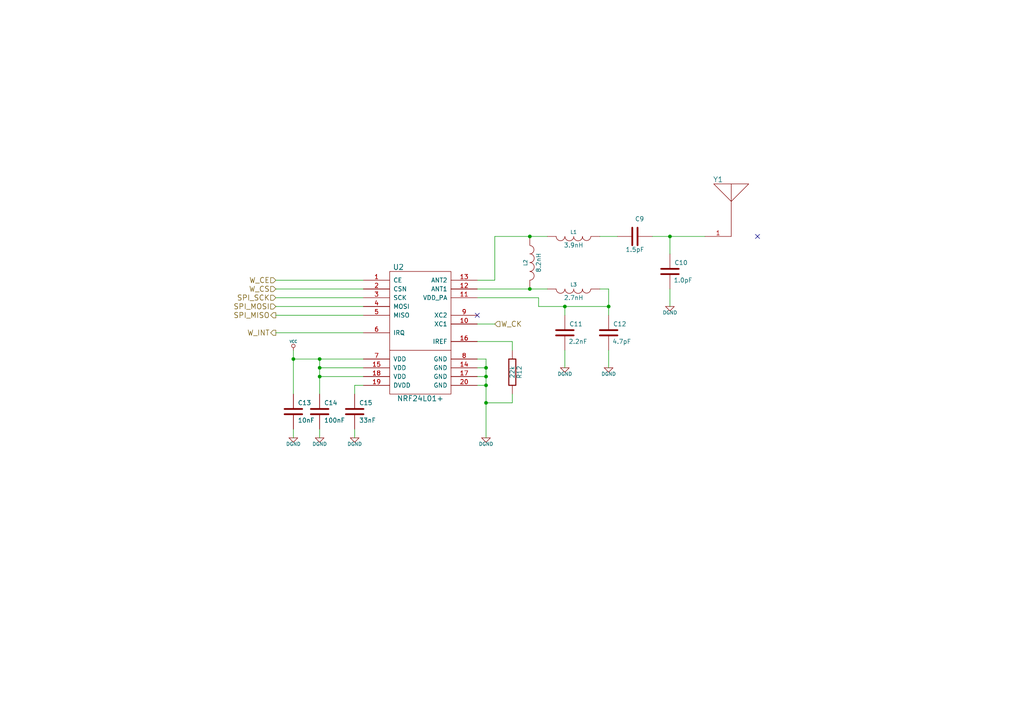
<source format=kicad_sch>
(kicad_sch (version 20211123) (generator eeschema)
  (paper "A4")
  (title_block (title "Crazyflie control board") (date "3 feb 2013") (rev "F") (company "Bitcraze AB (CC BY-NC-SA)"))
  (lib_symbols
    (symbol "Crazyflie-contol-board-rescue:C" (pin_numbers hide) (pin_names (offset 0.254))
      (property "Reference" "C" (at 1.27 2.54 0))
      (property "Value" "C" (at 1.27 -2.54 0))
      (symbol "C_0_1"
        (polyline (pts (xy -2.54 -0.762) (xy 2.54 -0.762)) (stroke (width 0.508)))
        (polyline (pts (xy -2.54 0.762) (xy 2.54 0.762)) (stroke (width 0.508)))
      )
      (symbol "C_1_1"
        (pin passive line (at 0 5.08 270) (length 4.318) (name "~") (number "1"))
        (pin passive line (at 0 -5.08 90) (length 4.318) (name "~") (number "2"))
      )
    )
    (symbol "Crazyflie-contol-board-rescue:CHIP_ANTENNA" (pin_names (offset 1.016))
      (property "Reference" "Y" (at -3.81 19.05 0))
      (property "Value" "CHIP_ANTENNA" (at 0 0 0))
      (symbol "CHIP_ANTENNA_0_1"
        (polyline (pts (xy 0 2.54) (xy 0 12.7) (xy -5.08 17.78) (xy 5.08 17.78) (xy 0 12.7) (xy 0 17.78) (xy 0 17.78)))
      )
      (symbol "CHIP_ANTENNA_1_1"
        (pin bidirectional line (at -7.62 2.54 0) (length 7.62) (name "~") (number "1"))
        (pin input line (at 7.62 2.54 180) (length 7.62) hide (name "~") (number "2"))
      )
    )
    (symbol "Crazyflie-contol-board-rescue:DGND" (power) (pin_names (offset 1.016))
      (property "Value" "DGND" (at 0 -1.778 0))
      (symbol "DGND_0_1"
        (polyline (pts (xy -1.27 0) (xy 0 -1.27) (xy 1.27 0) (xy -1.27 0)))
      )
      (symbol "DGND_1_1"
        (pin power_in line (at 0 0 90) (length 0) hide (name "DGND") (number "1"))
      )
    )
    (symbol "Crazyflie-contol-board-rescue:INDUCTOR" (pin_numbers hide) (pin_names (offset 1.016) hide)
      (property "Reference" "L" (at -1.27 0 90))
      (property "Value" "INDUCTOR" (at 2.54 0 90))
      (symbol "INDUCTOR_0_1"
        (arc (start 0.0254 -5.0546) (mid 1.2449 -3.8097) (end 0.0254 -2.54))
        (arc (start 0.0254 -2.5146) (mid 1.2703 -1.2444) (end 0.0254 0.0508))
        (arc (start 0.0254 0.0254) (mid 1.2703 1.2956) (end 0.0254 2.5908))
        (arc (start 0.0254 2.5654) (mid 1.1941 3.7595) (end 0.0254 4.9784))
      )
      (symbol "INDUCTOR_1_1"
        (pin passive line (at 0 7.62 270) (length 2.54) (name "1") (number "1"))
        (pin passive line (at 0 -7.62 90) (length 2.54) (name "2") (number "2"))
      )
    )
    (symbol "Crazyflie-contol-board-rescue:NRF24L01+" (pin_names (offset 1.016))
      (property "Reference" "U" (at -6.35 20.32 0))
      (property "Value" "NRF24L01+" (at -1.27 -17.78 0))
      (symbol "NRF24L01+_0_1"
        (rectangle (start -8.89 19.05) (end 8.89 -16.51))
        (polyline (pts (xy -8.89 -3.81) (xy 8.89 -3.81) (xy 8.89 -3.81)))
      )
      (symbol "NRF24L01+_1_1"
        (pin input line (at -16.51 16.51 0) (length 7.62) (name "CE") (number "1"))
        (pin input line (at 16.51 3.81 180) (length 7.62) (name "XC1") (number "10"))
        (pin output line (at 16.51 11.43 180) (length 7.62) (name "VDD_PA") (number "11"))
        (pin bidirectional line (at 16.51 13.97 180) (length 7.62) (name "ANT1") (number "12"))
        (pin bidirectional line (at 16.51 16.51 180) (length 7.62) (name "ANT2") (number "13"))
        (pin power_in line (at 16.51 -8.89 180) (length 7.62) (name "GND") (number "14"))
        (pin power_in line (at -16.51 -8.89 0) (length 7.62) (name "VDD") (number "15"))
        (pin output line (at 16.51 -1.27 180) (length 7.62) (name "IREF") (number "16"))
        (pin power_in line (at 16.51 -11.43 180) (length 7.62) (name "GND") (number "17"))
        (pin power_in line (at -16.51 -11.43 0) (length 7.62) (name "VDD") (number "18"))
        (pin passive line (at -16.51 -13.97 0) (length 7.62) (name "DVDD") (number "19"))
        (pin input line (at -16.51 13.97 0) (length 7.62) (name "CSN") (number "2"))
        (pin power_in line (at 16.51 -13.97 180) (length 7.62) (name "GND") (number "20"))
        (pin input line (at -16.51 11.43 0) (length 7.62) (name "SCK") (number "3"))
        (pin input line (at -16.51 8.89 0) (length 7.62) (name "MOSI") (number "4"))
        (pin output line (at -16.51 6.35 0) (length 7.62) (name "MISO") (number "5"))
        (pin output line (at -16.51 1.27 0) (length 7.62) (name "IRQ") (number "6"))
        (pin power_in line (at -16.51 -6.35 0) (length 7.62) (name "VDD") (number "7"))
        (pin power_in line (at 16.51 -6.35 180) (length 7.62) (name "GND") (number "8"))
        (pin input line (at 16.51 6.35 180) (length 7.62) (name "XC2") (number "9"))
      )
    )
    (symbol "Crazyflie-contol-board-rescue:R" (pin_numbers hide) (pin_names (offset 0))
      (property "Reference" "R" (at 2.032 0 90))
      (property "Value" "R" (at 0 0 90))
      (symbol "R_0_1"
        (rectangle (start -1.016 3.81) (end 1.016 -3.81) (stroke (width 0.3048)))
      )
      (symbol "R_1_1"
        (pin passive line (at 0 6.35 270) (length 2.54) (name "~") (number "1"))
        (pin passive line (at 0 -6.35 90) (length 2.54) (name "~") (number "2"))
      )
    )
    (symbol "Crazyflie-contol-board-rescue:VCC" (power) (pin_names (offset 0))
      (property "Value" "VCC" (at 0 2.54 0))
      (symbol "VCC_0_0"
        (pin power_in line (at 0 0 90) (length 0) hide (name "VCC") (number "1"))
      )
      (symbol "VCC_0_1"
        (polyline (pts (xy 0 0) (xy 0 0.762) (xy 0 0.762)))
        (circle (center 0 1.27) (radius 0.508))
      )
    )
  )
  (junction (at 92.71 106.68))
  (junction (at 153.67 68.58))
  (junction (at 140.97 106.68))
  (junction (at 140.97 111.76))
  (junction (at 92.71 104.14))
  (junction (at 92.71 109.22))
  (junction (at 85.09 104.14))
  (junction (at 163.83 88.9))
  (junction (at 153.67 83.82))
  (junction (at 194.31 68.58))
  (junction (at 176.53 88.9))
  (junction (at 140.97 109.22))
  (junction (at 140.97 116.84))
  (no_connect (at 219.71 68.58))
  (no_connect (at 138.43 91.44))
  (wire (pts (xy 140.97 109.22) (xy 140.97 106.68)))
  (wire (pts (xy 194.31 73.66) (xy 194.31 68.58)))
  (wire (pts (xy 148.59 116.84) (xy 148.59 114.3)))
  (wire (pts (xy 140.97 116.84) (xy 148.59 116.84)))
  (wire (pts (xy 156.21 86.36) (xy 156.21 88.9)))
  (wire (pts (xy 163.83 88.9) (xy 176.53 88.9)))
  (wire (pts (xy 140.97 111.76) (xy 140.97 109.22)))
  (wire (pts (xy 143.51 81.28) (xy 138.43 81.28)))
  (wire (pts (xy 105.41 83.82) (xy 80.01 83.82)))
  (wire (pts (xy 163.83 101.6) (xy 163.83 106.68)))
  (wire (pts (xy 148.59 99.06) (xy 148.59 101.6)))
  (wire (pts (xy 140.97 106.68) (xy 140.97 104.14)))
  (wire (pts (xy 92.71 106.68) (xy 92.71 104.14)))
  (wire (pts (xy 138.43 86.36) (xy 156.21 86.36)))
  (wire (pts (xy 194.31 88.9) (xy 194.31 83.82)))
  (wire (pts (xy 105.41 109.22) (xy 92.71 109.22)))
  (wire (pts (xy 105.41 91.44) (xy 80.01 91.44)))
  (wire (pts (xy 138.43 93.98) (xy 143.51 93.98)))
  (wire (pts (xy 153.67 83.82) (xy 158.75 83.82)))
  (wire (pts (xy 140.97 127) (xy 140.97 116.84)))
  (wire (pts (xy 105.41 81.28) (xy 80.01 81.28)))
  (wire (pts (xy 105.41 106.68) (xy 92.71 106.68)))
  (wire (pts (xy 176.53 91.44) (xy 176.53 88.9)))
  (wire (pts (xy 138.43 111.76) (xy 140.97 111.76)))
  (wire (pts (xy 85.09 104.14) (xy 85.09 101.6)))
  (wire (pts (xy 105.41 96.52) (xy 80.01 96.52)))
  (wire (pts (xy 140.97 109.22) (xy 138.43 109.22)))
  (wire (pts (xy 138.43 83.82) (xy 153.67 83.82)))
  (wire (pts (xy 105.41 111.76) (xy 102.87 111.76)))
  (wire (pts (xy 158.75 68.58) (xy 153.67 68.58)))
  (wire (pts (xy 140.97 104.14) (xy 138.43 104.14)))
  (wire (pts (xy 176.53 83.82) (xy 173.99 83.82)))
  (wire (pts (xy 105.41 88.9) (xy 80.01 88.9)))
  (wire (pts (xy 194.31 68.58) (xy 189.23 68.58)))
  (wire (pts (xy 163.83 91.44) (xy 163.83 88.9)))
  (wire (pts (xy 179.07 68.58) (xy 173.99 68.58)))
  (wire (pts (xy 92.71 109.22) (xy 92.71 106.68)))
  (wire (pts (xy 85.09 124.46) (xy 85.09 127)))
  (wire (pts (xy 138.43 106.68) (xy 140.97 106.68)))
  (wire (pts (xy 92.71 104.14) (xy 85.09 104.14)))
  (wire (pts (xy 143.51 68.58) (xy 143.51 81.28)))
  (wire (pts (xy 85.09 114.3) (xy 85.09 104.14)))
  (wire (pts (xy 156.21 88.9) (xy 163.83 88.9)))
  (wire (pts (xy 138.43 99.06) (xy 148.59 99.06)))
  (wire (pts (xy 105.41 86.36) (xy 80.01 86.36)))
  (wire (pts (xy 102.87 127) (xy 102.87 124.46)))
  (wire (pts (xy 204.47 68.58) (xy 194.31 68.58)))
  (wire (pts (xy 140.97 116.84) (xy 140.97 111.76)))
  (wire (pts (xy 92.71 114.3) (xy 92.71 109.22)))
  (wire (pts (xy 105.41 104.14) (xy 92.71 104.14)))
  (wire (pts (xy 92.71 124.46) (xy 92.71 127)))
  (wire (pts (xy 176.53 88.9) (xy 176.53 83.82)))
  (wire (pts (xy 102.87 111.76) (xy 102.87 114.3)))
  (wire (pts (xy 176.53 101.6) (xy 176.53 106.68)))
  (wire (pts (xy 153.67 68.58) (xy 143.51 68.58)))
  (hierarchical_label "SPI_MOSI" (shape input) (at 80.01 88.9 180) (effects (font (size 1.524 1.524))))
  (hierarchical_label "SPI_MISO" (shape output) (at 80.01 91.44 180) (effects (font (size 1.524 1.524))))
  (hierarchical_label "W_CE" (shape input) (at 80.01 81.28 180) (effects (font (size 1.524 1.524))))
  (hierarchical_label "SPI_SCK" (shape input) (at 80.01 86.36 180) (effects (font (size 1.524 1.524))))
  (hierarchical_label "W_CK" (shape input) (at 143.51 93.98 0) (effects (font (size 1.524 1.524))))
  (hierarchical_label "W_CS" (shape input) (at 80.01 83.82 180) (effects (font (size 1.524 1.524))))
  (hierarchical_label "W_INT" (shape output) (at 80.01 96.52 180) (effects (font (size 1.524 1.524))))
  (symbol (lib_id "Crazyflie-contol-board-rescue:NRF24L01+") (at 121.92 97.79 0) (unit 1)
    (property "Reference" "U2" (at 115.57 77.47 0) (effects (font (size 1.524 1.524))))
    (property "Value" "NRF24L01+" (at 121.92 115.57 0) (effects (font (size 1.524 1.524))))
    (property "Footprint" "QFN20-4x4mm" (effects hide))
    (property "Field4" "Nordic Semi" (effects hide))
    (property "Field5" "nRF24L01P" (effects hide))
  )
  (symbol (lib_id "Crazyflie-contol-board-rescue:R") (at 148.59 107.95 0) (unit 1)
    (property "Reference" "R12" (at 150.622 107.95 90))
    (property "Value" "22k" (at 148.59 107.95 90))
    (property "Footprint" "SM0603" (effects hide))
    (property "Field4" "General" (effects hide))
    (property "Field5" "+/-1%, 0.125W, 25V" (effects hide))
  )
  (symbol (lib_id "Crazyflie-contol-board-rescue:DGND") (at 140.97 127 0) (unit 1)
    (property "Reference" "#PWR050" (effects hide))
    (property "Value" "DGND" (effects hide))
    (property "Value" "DGND" (at 140.97 128.778 0) (effects (font (size 1.016 1.016))))
  )
  (symbol (lib_id "Crazyflie-contol-board-rescue:DGND") (at 102.87 127 0) (unit 1)
    (property "Reference" "#PWR049" (effects hide))
    (property "Value" "DGND" (effects hide))
    (property "Value" "DGND" (at 102.87 128.778 0) (effects (font (size 1.016 1.016))))
  )
  (symbol (lib_id "Crazyflie-contol-board-rescue:DGND") (at 92.71 127 0) (unit 1)
    (property "Reference" "#PWR048" (effects hide))
    (property "Value" "DGND" (effects hide))
    (property "Value" "DGND" (at 92.71 128.778 0) (effects (font (size 1.016 1.016))))
  )
  (symbol (lib_id "Crazyflie-contol-board-rescue:DGND") (at 85.09 127 0) (unit 1)
    (property "Reference" "#PWR047" (effects hide))
    (property "Value" "DGND" (effects hide))
    (property "Value" "DGND" (at 85.09 128.778 0) (effects (font (size 1.016 1.016))))
  )
  (symbol (lib_id "Crazyflie-contol-board-rescue:INDUCTOR") (at 153.67 76.2 0) (unit 1)
    (property "Reference" "L2" (at 152.4 76.2 90) (effects (font (size 1.016 1.016))))
    (property "Value" "8.2nH" (at 156.21 76.2 90))
    (property "Footprint" "SM0603_Capa" (effects hide))
    (property "Field4" "General" (effects hide))
    (property "Field5" "+/-5%" (effects hide))
  )
  (symbol (lib_id "Crazyflie-contol-board-rescue:INDUCTOR") (at 166.37 68.58 270) (unit 1)
    (property "Reference" "L1" (at 166.37 67.31 90) (effects (font (size 1.016 1.016))))
    (property "Value" "3.9nH" (at 166.37 71.12 90))
    (property "Footprint" "SM0603_Capa" (effects hide))
    (property "Field4" "General" (effects hide))
    (property "Field5" "+/-5%" (effects hide))
  )
  (symbol (lib_id "Crazyflie-contol-board-rescue:C") (at 184.15 68.58 270) (unit 1)
    (property "Reference" "C9" (at 184.15 63.5 90) (effects (justify left)))
    (property "Value" "1.5pF" (at 184.15 72.39 90))
    (property "Footprint" "SM0603_Capa" (effects hide))
    (property "Field4" "General" (effects hide))
    (property "Field5" "NPO, +/- 0.1pF" (effects hide))
  )
  (symbol (lib_id "Crazyflie-contol-board-rescue:C") (at 194.31 78.74 0) (unit 1)
    (property "Reference" "C10" (at 195.58 76.2 0) (effects (justify left)))
    (property "Value" "1.0pF" (at 198.12 81.28 0))
    (property "Footprint" "SM0603_Capa" (effects hide))
    (property "Field4" "General" (effects hide))
    (property "Field5" "NPO, +/- 0.1pF" (effects hide))
  )
  (symbol (lib_id "Crazyflie-contol-board-rescue:INDUCTOR") (at 166.37 83.82 270) (unit 1)
    (property "Reference" "L3" (at 166.37 82.55 90) (effects (font (size 1.016 1.016))))
    (property "Value" "2.7nH" (at 166.37 86.36 90))
    (property "Footprint" "SM0603_Capa" (effects hide))
    (property "Field4" "General" (effects hide))
    (property "Field5" "+/-5%" (effects hide))
  )
  (symbol (lib_id "Crazyflie-contol-board-rescue:C") (at 163.83 96.52 0) (unit 1)
    (property "Reference" "C11" (at 165.1 93.98 0) (effects (justify left)))
    (property "Value" "2.2nF" (at 167.64 99.06 0))
    (property "Footprint" "SM0603_Capa" (effects hide))
    (property "Field4" "General" (effects hide))
    (property "Field5" "X7R, +/- 10%" (effects hide))
  )
  (symbol (lib_id "Crazyflie-contol-board-rescue:C") (at 176.53 96.52 0) (unit 1)
    (property "Reference" "C12" (at 177.8 93.98 0) (effects (justify left)))
    (property "Value" "4.7pF" (at 180.34 99.06 0))
    (property "Footprint" "SM0603_Capa" (effects hide))
    (property "Field4" "General Inductor" (effects hide))
    (property "Field5" "NPO, +/- 0.25pF" (effects hide))
  )
  (symbol (lib_id "Crazyflie-contol-board-rescue:DGND") (at 163.83 106.68 0) (unit 1)
    (property "Reference" "#PWR046" (effects hide))
    (property "Value" "DGND" (effects hide))
    (property "Value" "DGND" (at 163.83 108.458 0) (effects (font (size 1.016 1.016))))
  )
  (symbol (lib_id "Crazyflie-contol-board-rescue:DGND") (at 176.53 106.68 0) (unit 1)
    (property "Reference" "#PWR045" (effects hide))
    (property "Value" "DGND" (effects hide))
    (property "Value" "DGND" (at 176.53 108.458 0) (effects (font (size 1.016 1.016))))
  )
  (symbol (lib_id "Crazyflie-contol-board-rescue:DGND") (at 194.31 88.9 0) (unit 1)
    (property "Reference" "#PWR044" (effects hide))
    (property "Value" "DGND" (effects hide))
    (property "Value" "DGND" (at 194.31 90.678 0) (effects (font (size 1.016 1.016))))
  )
  (symbol (lib_id "Crazyflie-contol-board-rescue:CHIP_ANTENNA") (at 212.09 71.12 0) (unit 1)
    (property "Reference" "Y1" (at 208.28 52.07 0) (effects (font (size 1.524 1.524))))
    (property "Value" "CHIP_ANTENNA" (effects hide))
    (property "Footprint" "CHIP-ANT-6.5x2.2" (effects hide))
    (property "Field4" "Linx Technologies" (effects hide))
    (property "Field5" "ANT-2.45-CHP" (effects hide))
  )
  (symbol (lib_id "Crazyflie-contol-board-rescue:VCC") (at 85.09 101.6 0) (unit 1)
    (property "Reference" "#PWR043" (effects hide))
    (property "Value" "VCC" (effects hide))
    (property "Value" "VCC" (at 85.09 99.06 0) (effects (font (size 0.762 0.762))))
  )
  (symbol (lib_id "Crazyflie-contol-board-rescue:C") (at 85.09 119.38 0) (unit 1)
    (property "Reference" "C13" (at 86.36 116.84 0) (effects (justify left)))
    (property "Value" "10nF" (at 86.36 121.92 0) (effects (justify left)))
    (property "Footprint" "SM0603_Capa" (effects hide))
  )
  (symbol (lib_id "Crazyflie-contol-board-rescue:C") (at 92.71 119.38 0) (unit 1)
    (property "Reference" "C14" (at 93.98 116.84 0) (effects (justify left)))
    (property "Value" "100nF" (at 93.98 121.92 0) (effects (justify left)))
    (property "Footprint" "SM0603_Capa" (effects hide))
  )
  (symbol (lib_id "Crazyflie-contol-board-rescue:C") (at 102.87 119.38 0) (unit 1)
    (property "Reference" "C15" (at 104.14 116.84 0) (effects (justify left)))
    (property "Value" "33nF" (at 104.14 121.92 0) (effects (justify left)))
    (property "Footprint" "SM0603_Capa" (effects hide))
    (property "Field4" "General" (effects hide))
    (property "Field5" "X7R, +/-10%, 6.3V" (effects hide))
  )
)
</source>
